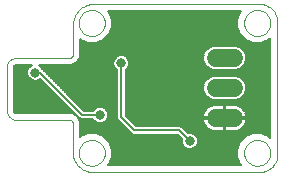
<source format=gbl>
G75*
%MOIN*%
%OFA0B0*%
%FSLAX24Y24*%
%IPPOS*%
%LPD*%
%AMOC8*
5,1,8,0,0,1.08239X$1,22.5*
%
%ADD10C,0.0000*%
%ADD11C,0.0600*%
%ADD12C,0.0060*%
%ADD13C,0.0317*%
D10*
X004197Y001722D02*
X009867Y001722D01*
X009866Y001721D02*
X009911Y001727D01*
X009955Y001737D01*
X009998Y001751D01*
X010040Y001767D01*
X010080Y001787D01*
X010119Y001810D01*
X010156Y001836D01*
X010190Y001865D01*
X010223Y001896D01*
X010252Y001930D01*
X010280Y001966D01*
X010304Y002004D01*
X010325Y002044D01*
X010343Y002085D01*
X010357Y002128D01*
X010368Y002172D01*
X010376Y002216D01*
X010380Y002261D01*
X010381Y002306D01*
X010378Y002351D01*
X010378Y002352D02*
X010378Y006682D01*
X010379Y006683D02*
X010380Y006729D01*
X010378Y006776D01*
X010372Y006822D01*
X010362Y006867D01*
X010349Y006912D01*
X010332Y006955D01*
X010312Y006997D01*
X010289Y007037D01*
X010263Y007076D01*
X010234Y007112D01*
X010202Y007146D01*
X010167Y007177D01*
X010130Y007205D01*
X010091Y007230D01*
X010050Y007253D01*
X010008Y007272D01*
X009964Y007287D01*
X009919Y007299D01*
X009874Y007308D01*
X009827Y007313D01*
X009827Y007312D02*
X004276Y007312D01*
X003764Y006682D02*
X003766Y006723D01*
X003772Y006764D01*
X003782Y006804D01*
X003795Y006843D01*
X003812Y006880D01*
X003833Y006916D01*
X003857Y006950D01*
X003884Y006981D01*
X003913Y007009D01*
X003946Y007035D01*
X003980Y007057D01*
X004017Y007076D01*
X004055Y007091D01*
X004095Y007103D01*
X004135Y007111D01*
X004176Y007115D01*
X004218Y007115D01*
X004259Y007111D01*
X004299Y007103D01*
X004339Y007091D01*
X004377Y007076D01*
X004413Y007057D01*
X004448Y007035D01*
X004481Y007009D01*
X004510Y006981D01*
X004537Y006950D01*
X004561Y006916D01*
X004582Y006880D01*
X004599Y006843D01*
X004612Y006804D01*
X004622Y006764D01*
X004628Y006723D01*
X004630Y006682D01*
X004628Y006641D01*
X004622Y006600D01*
X004612Y006560D01*
X004599Y006521D01*
X004582Y006484D01*
X004561Y006448D01*
X004537Y006414D01*
X004510Y006383D01*
X004481Y006355D01*
X004448Y006329D01*
X004414Y006307D01*
X004377Y006288D01*
X004339Y006273D01*
X004299Y006261D01*
X004259Y006253D01*
X004218Y006249D01*
X004176Y006249D01*
X004135Y006253D01*
X004095Y006261D01*
X004055Y006273D01*
X004017Y006288D01*
X003981Y006307D01*
X003946Y006329D01*
X003913Y006355D01*
X003884Y006383D01*
X003857Y006414D01*
X003833Y006448D01*
X003812Y006484D01*
X003795Y006521D01*
X003782Y006560D01*
X003772Y006600D01*
X003766Y006641D01*
X003764Y006682D01*
X003567Y006643D02*
X003567Y005659D01*
X003565Y005637D01*
X003561Y005615D01*
X003553Y005594D01*
X003542Y005574D01*
X003529Y005556D01*
X003513Y005540D01*
X003495Y005527D01*
X003475Y005516D01*
X003454Y005508D01*
X003432Y005504D01*
X003410Y005502D01*
X003410Y005501D02*
X001638Y005501D01*
X001638Y005502D02*
X001607Y005500D01*
X001577Y005495D01*
X001547Y005487D01*
X001518Y005475D01*
X001491Y005460D01*
X001466Y005442D01*
X001443Y005421D01*
X001422Y005398D01*
X001404Y005373D01*
X001389Y005346D01*
X001377Y005317D01*
X001369Y005287D01*
X001364Y005257D01*
X001362Y005226D01*
X001363Y005226D02*
X001363Y003769D01*
X001365Y003736D01*
X001370Y003704D01*
X001378Y003672D01*
X001390Y003641D01*
X001405Y003612D01*
X001423Y003584D01*
X001444Y003558D01*
X001467Y003535D01*
X001493Y003514D01*
X001521Y003496D01*
X001550Y003481D01*
X001581Y003469D01*
X001613Y003461D01*
X001645Y003456D01*
X001678Y003454D01*
X003449Y003454D01*
X003469Y003452D01*
X003489Y003447D01*
X003508Y003438D01*
X003525Y003426D01*
X003539Y003412D01*
X003551Y003395D01*
X003560Y003376D01*
X003565Y003356D01*
X003567Y003336D01*
X003567Y002352D01*
X003569Y002303D01*
X003575Y002253D01*
X003584Y002205D01*
X003598Y002157D01*
X003615Y002111D01*
X003636Y002066D01*
X003660Y002023D01*
X003687Y001982D01*
X003718Y001943D01*
X003752Y001907D01*
X003788Y001873D01*
X003827Y001842D01*
X003868Y001815D01*
X003911Y001791D01*
X003956Y001770D01*
X004002Y001753D01*
X004050Y001739D01*
X004098Y001730D01*
X004148Y001724D01*
X004197Y001722D01*
X003764Y002352D02*
X003766Y002393D01*
X003772Y002434D01*
X003782Y002474D01*
X003795Y002513D01*
X003812Y002550D01*
X003833Y002586D01*
X003857Y002620D01*
X003884Y002651D01*
X003913Y002679D01*
X003946Y002705D01*
X003980Y002727D01*
X004017Y002746D01*
X004055Y002761D01*
X004095Y002773D01*
X004135Y002781D01*
X004176Y002785D01*
X004218Y002785D01*
X004259Y002781D01*
X004299Y002773D01*
X004339Y002761D01*
X004377Y002746D01*
X004413Y002727D01*
X004448Y002705D01*
X004481Y002679D01*
X004510Y002651D01*
X004537Y002620D01*
X004561Y002586D01*
X004582Y002550D01*
X004599Y002513D01*
X004612Y002474D01*
X004622Y002434D01*
X004628Y002393D01*
X004630Y002352D01*
X004628Y002311D01*
X004622Y002270D01*
X004612Y002230D01*
X004599Y002191D01*
X004582Y002154D01*
X004561Y002118D01*
X004537Y002084D01*
X004510Y002053D01*
X004481Y002025D01*
X004448Y001999D01*
X004414Y001977D01*
X004377Y001958D01*
X004339Y001943D01*
X004299Y001931D01*
X004259Y001923D01*
X004218Y001919D01*
X004176Y001919D01*
X004135Y001923D01*
X004095Y001931D01*
X004055Y001943D01*
X004017Y001958D01*
X003981Y001977D01*
X003946Y001999D01*
X003913Y002025D01*
X003884Y002053D01*
X003857Y002084D01*
X003833Y002118D01*
X003812Y002154D01*
X003795Y002191D01*
X003782Y002230D01*
X003772Y002270D01*
X003766Y002311D01*
X003764Y002352D01*
X009276Y002352D02*
X009278Y002393D01*
X009284Y002434D01*
X009294Y002474D01*
X009307Y002513D01*
X009324Y002550D01*
X009345Y002586D01*
X009369Y002620D01*
X009396Y002651D01*
X009425Y002679D01*
X009458Y002705D01*
X009492Y002727D01*
X009529Y002746D01*
X009567Y002761D01*
X009607Y002773D01*
X009647Y002781D01*
X009688Y002785D01*
X009730Y002785D01*
X009771Y002781D01*
X009811Y002773D01*
X009851Y002761D01*
X009889Y002746D01*
X009925Y002727D01*
X009960Y002705D01*
X009993Y002679D01*
X010022Y002651D01*
X010049Y002620D01*
X010073Y002586D01*
X010094Y002550D01*
X010111Y002513D01*
X010124Y002474D01*
X010134Y002434D01*
X010140Y002393D01*
X010142Y002352D01*
X010140Y002311D01*
X010134Y002270D01*
X010124Y002230D01*
X010111Y002191D01*
X010094Y002154D01*
X010073Y002118D01*
X010049Y002084D01*
X010022Y002053D01*
X009993Y002025D01*
X009960Y001999D01*
X009926Y001977D01*
X009889Y001958D01*
X009851Y001943D01*
X009811Y001931D01*
X009771Y001923D01*
X009730Y001919D01*
X009688Y001919D01*
X009647Y001923D01*
X009607Y001931D01*
X009567Y001943D01*
X009529Y001958D01*
X009493Y001977D01*
X009458Y001999D01*
X009425Y002025D01*
X009396Y002053D01*
X009369Y002084D01*
X009345Y002118D01*
X009324Y002154D01*
X009307Y002191D01*
X009294Y002230D01*
X009284Y002270D01*
X009278Y002311D01*
X009276Y002352D01*
X004276Y007312D02*
X004224Y007311D01*
X004173Y007307D01*
X004122Y007299D01*
X004072Y007287D01*
X004023Y007271D01*
X003975Y007252D01*
X003929Y007229D01*
X003884Y007203D01*
X003842Y007174D01*
X003802Y007141D01*
X003765Y007106D01*
X003730Y007068D01*
X003698Y007027D01*
X003669Y006984D01*
X003644Y006940D01*
X003622Y006893D01*
X003604Y006845D01*
X003589Y006795D01*
X003578Y006745D01*
X003571Y006694D01*
X003567Y006643D01*
X009276Y006682D02*
X009278Y006723D01*
X009284Y006764D01*
X009294Y006804D01*
X009307Y006843D01*
X009324Y006880D01*
X009345Y006916D01*
X009369Y006950D01*
X009396Y006981D01*
X009425Y007009D01*
X009458Y007035D01*
X009492Y007057D01*
X009529Y007076D01*
X009567Y007091D01*
X009607Y007103D01*
X009647Y007111D01*
X009688Y007115D01*
X009730Y007115D01*
X009771Y007111D01*
X009811Y007103D01*
X009851Y007091D01*
X009889Y007076D01*
X009925Y007057D01*
X009960Y007035D01*
X009993Y007009D01*
X010022Y006981D01*
X010049Y006950D01*
X010073Y006916D01*
X010094Y006880D01*
X010111Y006843D01*
X010124Y006804D01*
X010134Y006764D01*
X010140Y006723D01*
X010142Y006682D01*
X010140Y006641D01*
X010134Y006600D01*
X010124Y006560D01*
X010111Y006521D01*
X010094Y006484D01*
X010073Y006448D01*
X010049Y006414D01*
X010022Y006383D01*
X009993Y006355D01*
X009960Y006329D01*
X009926Y006307D01*
X009889Y006288D01*
X009851Y006273D01*
X009811Y006261D01*
X009771Y006253D01*
X009730Y006249D01*
X009688Y006249D01*
X009647Y006253D01*
X009607Y006261D01*
X009567Y006273D01*
X009529Y006288D01*
X009493Y006307D01*
X009458Y006329D01*
X009425Y006355D01*
X009396Y006383D01*
X009369Y006414D01*
X009345Y006448D01*
X009324Y006484D01*
X009307Y006521D01*
X009294Y006560D01*
X009284Y006600D01*
X009278Y006641D01*
X009276Y006682D01*
D11*
X008922Y005517D02*
X008322Y005517D01*
X008322Y004517D02*
X008922Y004517D01*
X008922Y003517D02*
X008322Y003517D01*
D12*
X008592Y003517D02*
X005395Y003517D01*
X005454Y003459D02*
X007896Y003459D01*
X007892Y003483D02*
X007903Y003416D01*
X007924Y003352D01*
X007955Y003292D01*
X007994Y003237D01*
X008042Y003189D01*
X008097Y003149D01*
X008157Y003118D01*
X008222Y003097D01*
X008289Y003087D01*
X008592Y003087D01*
X008592Y003487D01*
X007892Y003487D01*
X007892Y003483D01*
X007892Y003547D02*
X008592Y003547D01*
X008592Y003487D01*
X008652Y003487D01*
X008652Y003087D01*
X008956Y003087D01*
X009023Y003097D01*
X009088Y003118D01*
X009148Y003149D01*
X009203Y003189D01*
X009250Y003237D01*
X009290Y003292D01*
X009321Y003352D01*
X009342Y003416D01*
X009352Y003483D01*
X009352Y003487D01*
X008652Y003487D01*
X008652Y003547D01*
X008592Y003547D01*
X008592Y003947D01*
X008289Y003947D01*
X008222Y003936D01*
X008157Y003915D01*
X008097Y003885D01*
X008042Y003845D01*
X007994Y003797D01*
X007955Y003742D01*
X007924Y003682D01*
X007903Y003618D01*
X007892Y003551D01*
X007892Y003547D01*
X007896Y003576D02*
X005337Y003576D01*
X005321Y003591D02*
X005321Y005111D01*
X005334Y005116D01*
X005409Y005191D01*
X005450Y005290D01*
X005450Y005397D01*
X005409Y005496D01*
X005334Y005571D01*
X005235Y005612D01*
X005128Y005612D01*
X005029Y005571D01*
X004954Y005496D01*
X004913Y005397D01*
X004913Y005290D01*
X004954Y005191D01*
X005029Y005116D01*
X005041Y005111D01*
X005041Y003475D01*
X005475Y003042D01*
X005557Y002960D01*
X007053Y002960D01*
X007201Y002811D01*
X007196Y002799D01*
X007196Y002692D01*
X007237Y002593D01*
X007313Y002517D01*
X007412Y002477D01*
X007518Y002477D01*
X007617Y002517D01*
X007693Y002593D01*
X007734Y002692D01*
X007734Y002799D01*
X007693Y002897D01*
X007617Y002973D01*
X007518Y003014D01*
X007412Y003014D01*
X007399Y003009D01*
X007169Y003240D01*
X005673Y003240D01*
X005321Y003591D01*
X005321Y003634D02*
X007908Y003634D01*
X007929Y003693D02*
X005321Y003693D01*
X005321Y003751D02*
X007961Y003751D01*
X008007Y003810D02*
X005321Y003810D01*
X005321Y003868D02*
X008074Y003868D01*
X008192Y003927D02*
X005321Y003927D01*
X005321Y003985D02*
X010148Y003985D01*
X010148Y003927D02*
X009053Y003927D01*
X009023Y003936D02*
X009088Y003915D01*
X009148Y003885D01*
X009203Y003845D01*
X009250Y003797D01*
X009290Y003742D01*
X009321Y003682D01*
X009342Y003618D01*
X009352Y003551D01*
X009352Y003547D01*
X008652Y003547D01*
X008652Y003947D01*
X008956Y003947D01*
X009023Y003936D01*
X009171Y003868D02*
X010148Y003868D01*
X010148Y003810D02*
X009238Y003810D01*
X009284Y003751D02*
X010148Y003751D01*
X010148Y003693D02*
X009316Y003693D01*
X009336Y003634D02*
X010148Y003634D01*
X010148Y003576D02*
X009348Y003576D01*
X009349Y003459D02*
X010148Y003459D01*
X010148Y003517D02*
X008652Y003517D01*
X008652Y003459D02*
X008592Y003459D01*
X008592Y003400D02*
X008652Y003400D01*
X008652Y003342D02*
X008592Y003342D01*
X008592Y003283D02*
X008652Y003283D01*
X008652Y003225D02*
X008592Y003225D01*
X008592Y003166D02*
X008652Y003166D01*
X008652Y003108D02*
X008592Y003108D01*
X008191Y003108D02*
X007301Y003108D01*
X007359Y003049D02*
X010148Y003049D01*
X010148Y002991D02*
X009899Y002991D01*
X009841Y003015D02*
X010085Y002914D01*
X010148Y002850D01*
X010148Y006184D01*
X010085Y006120D01*
X009841Y006019D01*
X009577Y006019D01*
X009333Y006120D01*
X009147Y006307D01*
X009046Y006550D01*
X009046Y006814D01*
X009147Y007058D01*
X009171Y007082D01*
X004735Y007082D01*
X004759Y007058D01*
X004860Y006814D01*
X004860Y006550D01*
X004759Y006307D01*
X004573Y006120D01*
X004329Y006019D01*
X004065Y006019D01*
X003822Y006120D01*
X003797Y006144D01*
X003797Y005555D01*
X003693Y005375D01*
X003693Y005375D01*
X003514Y005271D01*
X002424Y005271D01*
X002460Y005257D01*
X002535Y005181D01*
X002553Y005139D01*
X003940Y003751D01*
X004240Y003751D01*
X004245Y003764D01*
X004321Y003839D01*
X004419Y003880D01*
X004526Y003880D01*
X004625Y003839D01*
X004701Y003764D01*
X004742Y003665D01*
X004742Y003558D01*
X004701Y003459D01*
X004625Y003384D01*
X004526Y003343D01*
X004419Y003343D01*
X004321Y003384D01*
X004245Y003459D01*
X004240Y003471D01*
X003824Y003471D01*
X003742Y003553D01*
X003742Y003553D01*
X002477Y004818D01*
X002460Y004801D01*
X002361Y004760D01*
X002254Y004760D01*
X002155Y004801D01*
X002080Y004876D01*
X002039Y004975D01*
X002039Y005082D01*
X002080Y005181D01*
X002155Y005257D01*
X002191Y005271D01*
X001638Y005271D01*
X001629Y005270D01*
X001613Y005263D01*
X001600Y005251D01*
X001593Y005234D01*
X001593Y005226D01*
X001593Y003769D01*
X001594Y003752D01*
X001607Y003722D01*
X001630Y003698D01*
X001661Y003686D01*
X001678Y003684D01*
X003544Y003684D01*
X003547Y003681D01*
X003704Y003591D01*
X003704Y003591D01*
X003704Y003591D01*
X003795Y003434D01*
X003797Y003431D01*
X003797Y002889D01*
X003822Y002914D01*
X004065Y003015D01*
X004329Y003015D01*
X004573Y002914D01*
X004759Y002727D01*
X004860Y002483D01*
X004860Y002220D01*
X004759Y001976D01*
X004735Y001952D01*
X009171Y001952D01*
X009147Y001976D01*
X009046Y002220D01*
X009046Y002483D01*
X009147Y002727D01*
X009333Y002914D01*
X009577Y003015D01*
X009841Y003015D01*
X010040Y002932D02*
X010148Y002932D01*
X010148Y002874D02*
X010125Y002874D01*
X010148Y003108D02*
X009054Y003108D01*
X009171Y003166D02*
X010148Y003166D01*
X010148Y003225D02*
X009238Y003225D01*
X009284Y003283D02*
X010148Y003283D01*
X010148Y003342D02*
X009316Y003342D01*
X009337Y003400D02*
X010148Y003400D01*
X009519Y002991D02*
X007575Y002991D01*
X007658Y002932D02*
X009378Y002932D01*
X009293Y002874D02*
X007703Y002874D01*
X007727Y002815D02*
X009235Y002815D01*
X009176Y002757D02*
X007734Y002757D01*
X007734Y002698D02*
X009135Y002698D01*
X009111Y002640D02*
X007712Y002640D01*
X007681Y002581D02*
X009086Y002581D01*
X009062Y002523D02*
X007622Y002523D01*
X007308Y002523D02*
X004844Y002523D01*
X004860Y002464D02*
X009046Y002464D01*
X009046Y002406D02*
X004860Y002406D01*
X004860Y002347D02*
X009046Y002347D01*
X009046Y002289D02*
X004860Y002289D01*
X004860Y002230D02*
X009046Y002230D01*
X009066Y002172D02*
X004840Y002172D01*
X004816Y002113D02*
X009090Y002113D01*
X009114Y002055D02*
X004792Y002055D01*
X004768Y001996D02*
X009139Y001996D01*
X007465Y002745D02*
X007111Y003100D01*
X005615Y003100D01*
X005181Y003533D01*
X005181Y005344D01*
X004944Y005214D02*
X002503Y005214D01*
X002546Y005155D02*
X004990Y005155D01*
X005041Y005097D02*
X002595Y005097D01*
X002654Y005038D02*
X005041Y005038D01*
X005041Y004980D02*
X002712Y004980D01*
X002771Y004921D02*
X005041Y004921D01*
X005041Y004863D02*
X002829Y004863D01*
X002888Y004804D02*
X005041Y004804D01*
X005041Y004746D02*
X002946Y004746D01*
X003005Y004687D02*
X005041Y004687D01*
X005041Y004629D02*
X003063Y004629D01*
X003122Y004570D02*
X005041Y004570D01*
X005041Y004512D02*
X003180Y004512D01*
X003239Y004453D02*
X005041Y004453D01*
X005041Y004395D02*
X003297Y004395D01*
X003356Y004336D02*
X005041Y004336D01*
X005041Y004278D02*
X003414Y004278D01*
X003473Y004219D02*
X005041Y004219D01*
X005041Y004161D02*
X003531Y004161D01*
X003590Y004102D02*
X005041Y004102D01*
X005041Y004044D02*
X003648Y004044D01*
X003707Y003985D02*
X005041Y003985D01*
X005041Y003927D02*
X003765Y003927D01*
X003824Y003868D02*
X004390Y003868D01*
X004291Y003810D02*
X003882Y003810D01*
X003603Y003693D02*
X001644Y003693D01*
X001595Y003751D02*
X003545Y003751D01*
X003486Y003810D02*
X001593Y003810D01*
X001593Y003868D02*
X003428Y003868D01*
X003369Y003927D02*
X001593Y003927D01*
X001593Y003985D02*
X003311Y003985D01*
X003252Y004044D02*
X001593Y004044D01*
X001593Y004102D02*
X003194Y004102D01*
X003135Y004161D02*
X001593Y004161D01*
X001593Y004219D02*
X003077Y004219D01*
X003018Y004278D02*
X001593Y004278D01*
X001593Y004336D02*
X002960Y004336D01*
X002901Y004395D02*
X001593Y004395D01*
X001593Y004453D02*
X002843Y004453D01*
X002784Y004512D02*
X001593Y004512D01*
X001593Y004570D02*
X002726Y004570D01*
X002667Y004629D02*
X001593Y004629D01*
X001593Y004687D02*
X002609Y004687D01*
X002550Y004746D02*
X001593Y004746D01*
X001593Y004804D02*
X002152Y004804D01*
X002094Y004863D02*
X001593Y004863D01*
X001593Y004921D02*
X002061Y004921D01*
X002039Y004980D02*
X001593Y004980D01*
X001593Y005038D02*
X002039Y005038D01*
X002045Y005097D02*
X001593Y005097D01*
X001593Y005155D02*
X002069Y005155D01*
X002112Y005214D02*
X001593Y005214D01*
X002307Y005029D02*
X002465Y005029D01*
X003882Y003611D01*
X004473Y003611D01*
X004725Y003517D02*
X005041Y003517D01*
X005041Y003576D02*
X004742Y003576D01*
X004742Y003634D02*
X005041Y003634D01*
X005041Y003693D02*
X004730Y003693D01*
X004706Y003751D02*
X005041Y003751D01*
X005041Y003810D02*
X004655Y003810D01*
X004555Y003868D02*
X005041Y003868D01*
X005321Y004044D02*
X010148Y004044D01*
X010148Y004102D02*
X005321Y004102D01*
X005321Y004161D02*
X008111Y004161D01*
X008090Y004169D02*
X008241Y004107D01*
X009004Y004107D01*
X009155Y004169D01*
X009270Y004285D01*
X009332Y004435D01*
X009332Y004598D01*
X009270Y004749D01*
X009155Y004864D01*
X009004Y004927D01*
X008241Y004927D01*
X008090Y004864D01*
X007975Y004749D01*
X007912Y004598D01*
X007912Y004435D01*
X007975Y004285D01*
X008090Y004169D01*
X008040Y004219D02*
X005321Y004219D01*
X005321Y004278D02*
X007982Y004278D01*
X007954Y004336D02*
X005321Y004336D01*
X005321Y004395D02*
X007929Y004395D01*
X007912Y004453D02*
X005321Y004453D01*
X005321Y004512D02*
X007912Y004512D01*
X007912Y004570D02*
X005321Y004570D01*
X005321Y004629D02*
X007925Y004629D01*
X007949Y004687D02*
X005321Y004687D01*
X005321Y004746D02*
X007973Y004746D01*
X008030Y004804D02*
X005321Y004804D01*
X005321Y004863D02*
X008088Y004863D01*
X008227Y004921D02*
X005321Y004921D01*
X005321Y004980D02*
X010148Y004980D01*
X010148Y005038D02*
X005321Y005038D01*
X005321Y005097D02*
X010148Y005097D01*
X010148Y005155D02*
X009120Y005155D01*
X009155Y005169D02*
X009270Y005285D01*
X009332Y005435D01*
X009332Y005598D01*
X009270Y005749D01*
X009155Y005864D01*
X009004Y005927D01*
X008241Y005927D01*
X008090Y005864D01*
X007975Y005749D01*
X007912Y005598D01*
X007912Y005435D01*
X007975Y005285D01*
X008090Y005169D01*
X008241Y005107D01*
X009004Y005107D01*
X009155Y005169D01*
X009199Y005214D02*
X010148Y005214D01*
X010148Y005272D02*
X009257Y005272D01*
X009289Y005331D02*
X010148Y005331D01*
X010148Y005389D02*
X009313Y005389D01*
X009332Y005448D02*
X010148Y005448D01*
X010148Y005506D02*
X009332Y005506D01*
X009332Y005565D02*
X010148Y005565D01*
X010148Y005623D02*
X009322Y005623D01*
X009298Y005682D02*
X010148Y005682D01*
X010148Y005740D02*
X009274Y005740D01*
X009221Y005799D02*
X010148Y005799D01*
X010148Y005857D02*
X009162Y005857D01*
X009031Y005916D02*
X010148Y005916D01*
X010148Y005974D02*
X003797Y005974D01*
X003797Y005916D02*
X008214Y005916D01*
X008083Y005857D02*
X003797Y005857D01*
X003797Y005799D02*
X008024Y005799D01*
X007971Y005740D02*
X003797Y005740D01*
X003797Y005682D02*
X007947Y005682D01*
X007923Y005623D02*
X003797Y005623D01*
X003797Y005565D02*
X005022Y005565D01*
X004964Y005506D02*
X003769Y005506D01*
X003735Y005448D02*
X004934Y005448D01*
X004913Y005389D02*
X003702Y005389D01*
X003693Y005375D02*
X003693Y005375D01*
X003617Y005331D02*
X004913Y005331D01*
X004920Y005272D02*
X003515Y005272D01*
X002492Y004804D02*
X002463Y004804D01*
X003629Y003634D02*
X003662Y003634D01*
X003713Y003576D02*
X003720Y003576D01*
X003746Y003517D02*
X003779Y003517D01*
X003780Y003459D02*
X004246Y003459D01*
X004304Y003400D02*
X003797Y003400D01*
X003797Y003342D02*
X005175Y003342D01*
X005233Y003283D02*
X003797Y003283D01*
X003797Y003225D02*
X005292Y003225D01*
X005350Y003166D02*
X003797Y003166D01*
X003797Y003108D02*
X005409Y003108D01*
X005467Y003049D02*
X003797Y003049D01*
X003797Y002991D02*
X004007Y002991D01*
X003866Y002932D02*
X003797Y002932D01*
X004387Y002991D02*
X005526Y002991D01*
X005629Y003283D02*
X007961Y003283D01*
X007929Y003342D02*
X005571Y003342D01*
X005512Y003400D02*
X007908Y003400D01*
X008007Y003225D02*
X007184Y003225D01*
X007242Y003166D02*
X008074Y003166D01*
X008592Y003576D02*
X008652Y003576D01*
X008652Y003634D02*
X008592Y003634D01*
X008592Y003693D02*
X008652Y003693D01*
X008652Y003751D02*
X008592Y003751D01*
X008592Y003810D02*
X008652Y003810D01*
X008652Y003868D02*
X008592Y003868D01*
X008592Y003927D02*
X008652Y003927D01*
X009134Y004161D02*
X010148Y004161D01*
X010148Y004219D02*
X009204Y004219D01*
X009263Y004278D02*
X010148Y004278D01*
X010148Y004336D02*
X009291Y004336D01*
X009316Y004395D02*
X010148Y004395D01*
X010148Y004453D02*
X009332Y004453D01*
X009332Y004512D02*
X010148Y004512D01*
X010148Y004570D02*
X009332Y004570D01*
X009320Y004629D02*
X010148Y004629D01*
X010148Y004687D02*
X009296Y004687D01*
X009271Y004746D02*
X010148Y004746D01*
X010148Y004804D02*
X009215Y004804D01*
X009157Y004863D02*
X010148Y004863D01*
X010148Y004921D02*
X009018Y004921D01*
X008124Y005155D02*
X005373Y005155D01*
X005419Y005214D02*
X008046Y005214D01*
X007987Y005272D02*
X005443Y005272D01*
X005450Y005331D02*
X007956Y005331D01*
X007932Y005389D02*
X005450Y005389D01*
X005429Y005448D02*
X007912Y005448D01*
X007912Y005506D02*
X005399Y005506D01*
X005341Y005565D02*
X007912Y005565D01*
X009245Y006208D02*
X004661Y006208D01*
X004719Y006267D02*
X009187Y006267D01*
X009139Y006325D02*
X004767Y006325D01*
X004791Y006384D02*
X009115Y006384D01*
X009091Y006442D02*
X004815Y006442D01*
X004840Y006501D02*
X009067Y006501D01*
X009046Y006559D02*
X004860Y006559D01*
X004860Y006618D02*
X009046Y006618D01*
X009046Y006676D02*
X004860Y006676D01*
X004860Y006735D02*
X009046Y006735D01*
X009046Y006793D02*
X004860Y006793D01*
X004845Y006852D02*
X009062Y006852D01*
X009086Y006910D02*
X004821Y006910D01*
X004796Y006969D02*
X009110Y006969D01*
X009134Y007027D02*
X004772Y007027D01*
X004602Y006150D02*
X009304Y006150D01*
X009403Y006091D02*
X004503Y006091D01*
X004362Y006033D02*
X009545Y006033D01*
X009873Y006033D02*
X010148Y006033D01*
X010148Y006091D02*
X010015Y006091D01*
X010114Y006150D02*
X010148Y006150D01*
X005058Y003459D02*
X004700Y003459D01*
X004642Y003400D02*
X005116Y003400D01*
X004528Y002932D02*
X007080Y002932D01*
X007139Y002874D02*
X004613Y002874D01*
X004671Y002815D02*
X007197Y002815D01*
X007196Y002757D02*
X004730Y002757D01*
X004771Y002698D02*
X007196Y002698D01*
X007218Y002640D02*
X004796Y002640D01*
X004820Y002581D02*
X007249Y002581D01*
X004033Y006033D02*
X003797Y006033D01*
X003797Y006091D02*
X003892Y006091D01*
D13*
X005181Y005344D03*
X002307Y005029D03*
X002386Y004517D03*
X004473Y003611D03*
X007465Y002745D03*
M02*

</source>
